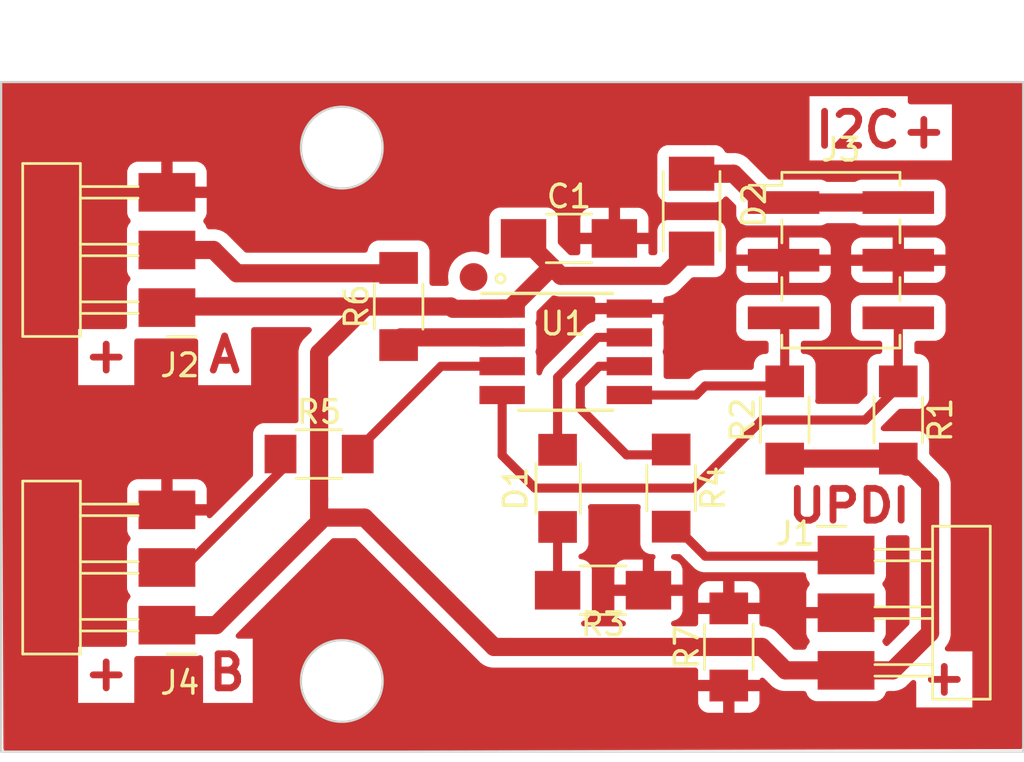
<source format=kicad_pcb>
(kicad_pcb (version 20240108) (generator "pcbnew") (generator_version "8.0")
  (layers (0 "F.Cu" signal) (31 "B.Cu" signal) (34 "B.Paste" user) (35 "F.Paste" user) (36 "B.SilkS" user "B.Silkscreen") (37 "F.SilkS" user "F.Silkscreen") (38 "B.Mask" user) (39 "F.Mask" user) (44 "Edge.Cuts" user))
  (net 0 "")
  (net 1 "GND")
  (net 2 "+5V")
  (net 3 "Net-(D1-K)")
  (net 4 "LED1")
  (net 5 "UPDI")
  (net 6 "SDA")
  (net 7 "SCL")
  (net 8 "PIN2")
  (net 9 "PIN1")
  (net 10 "IN5V")
  (footprint "fab:C_1206" (layer "F.Cu") (at 153 89)
    (property "Reference" "C1" (at 0 -1.85 0) (layer "F.SilkS"))
    (property "Value" "1uF cap")
    (fp_line (start -1 -1.07) (end 1 -1.07) (stroke (width 0.12)) (layer "F.SilkS"))
    (fp_line (start 1 1.07) (end -1 1.07) (stroke (width 0.12)) (layer "F.SilkS"))
    (pad "1" smd rect (at -2 0) (size 2 1.7) (layers "F.Cu" "F.Paste" "F.Mask") (net 2 "+5V"))
    (pad "2" smd rect (at 2 0) (size 2 1.7) (layers "F.Cu" "F.Paste" "F.Mask") (net 1 "GND"))
  )
  (footprint "Fab:R_1206" (layer "F.Cu") (at 160.0375 107 90)
    (property "Reference" "R7" (at 0 -1.85 90) (layer "F.SilkS"))
    (property "Value" "0 Ohm")
    (fp_line (start -1 -1.07) (end 1 -1.07) (stroke (width 0.12)) (layer "F.SilkS"))
    (fp_line (start 1 1.07) (end -1 1.07) (stroke (width 0.12)) (layer "F.SilkS"))
    (pad "1" smd rect (at -1.7 0 90) (size 1.4 1.7) (layers "F.Cu" "F.Paste" "F.Mask") (net 1 "GND"))
    (pad "2" smd rect (at 1.7 0 90) (size 1.4 1.7) (layers "F.Cu" "F.Paste" "F.Mask") (net 1 "GND"))
  )
  (footprint "Fab:SOD-123T" (layer "F.Cu") (at 158.4 87.8 90)
    (property "Reference" "D2" (at 0.25 2.75 -90) (layer "F.SilkS"))
    (property "Value" "Diode_Schottky_SOD123")
    (fp_line (start -1.75 -1.25) (end 1.75 -1.25) (stroke (width 0.12)) (layer "F.SilkS"))
    (fp_line (start -1.75 1.25) (end 1.75 1.25) (stroke (width 0.12)) (layer "F.SilkS"))
    (pad "1" smd rect (at -1.65 0 90) (size 1.5 2) (layers "F.Cu" "F.Paste" "F.Mask") (net 2 "+5V"))
    (pad "2" smd rect (at 1.65 0 90) (size 1.5 2) (layers "F.Cu" "F.Paste" "F.Mask") (net 10 "IN5V"))
  )
  (footprint "Fab:R_1206" (layer "F.Cu") (at 157.5 100 -90)
    (property "Reference" "R4" (at 0 -1.85 -90) (layer "F.SilkS"))
    (property "Value" "0 Ohm")
    (fp_line (start 1 1.07) (end -1 1.07) (stroke (width 0.12)) (layer "F.SilkS"))
    (fp_line (start -1 -1.07) (end 1 -1.07) (stroke (width 0.12)) (layer "F.SilkS"))
    (pad "1" smd rect (at -1.7 0 270) (size 1.4 1.7) (layers "F.Cu" "F.Paste" "F.Mask") (net 5 "UPDI"))
    (pad "2" smd rect (at 1.7 0 270) (size 1.4 1.7) (layers "F.Cu" "F.Paste" "F.Mask") (net 5 "UPDI"))
  )
  (footprint "fab:R_1206" (layer "F.Cu") (at 154.5 104.5)
    (property "Reference" "R3" (at 0 1.5 0) (layer "F.SilkS"))
    (property "Value" "499 Ohms")
    (fp_line (start -1 -1.07) (end 1 -1.07) (stroke (width 0.12)) (layer "F.SilkS"))
    (fp_line (start 1 1.07) (end -1 1.07) (stroke (width 0.12)) (layer "F.SilkS"))
    (pad "1" smd rect (at -2 0) (size 2 1.7) (layers "F.Cu" "F.Paste" "F.Mask") (net 3 "Net-(D1-K)"))
    (pad "2" smd rect (at 2 0) (size 2 1.7) (layers "F.Cu" "F.Paste" "F.Mask") (net 1 "GND"))
  )
  (footprint "Fab:R_1206" (layer "F.Cu") (at 142 98.5)
    (property "Reference" "R5" (at 0 -1.85 0) (layer "F.SilkS"))
    (property "Value" "150 Ohm")
    (fp_line (start -1 -1.07) (end 1 -1.07) (stroke (width 0.12)) (layer "F.SilkS"))
    (fp_line (start 1 1.07) (end -1 1.07) (stroke (width 0.12)) (layer "F.SilkS"))
    (pad "1" smd rect (at -1.7 0) (size 1.4 1.7) (layers "F.Cu" "F.Paste" "F.Mask") (net 8 "PIN2"))
    (pad "2" smd rect (at 1.7 0) (size 1.4 1.7) (layers "F.Cu" "F.Paste" "F.Mask") (net 8 "PIN2"))
  )
  (footprint "Fab:R_1206" (layer "F.Cu") (at 167.5 97 -90)
    (property "Reference" "R1" (at 0 -1.85 -90) (layer "F.SilkS"))
    (property "Value" "4.99kOhm")
    (fp_line (start 1 1.07) (end -1 1.07) (stroke (width 0.12)) (layer "F.SilkS"))
    (fp_line (start -1 -1.07) (end 1 -1.07) (stroke (width 0.12)) (layer "F.SilkS"))
    (pad "1" smd rect (at -1.7 0 270) (size 1.4 1.7) (layers "F.Cu" "F.Paste" "F.Mask") (net 6 "SDA"))
    (pad "2" smd rect (at 1.7 0 270) (size 1.4 1.7) (layers "F.Cu" "F.Paste" "F.Mask") (net 2 "+5V"))
  )
  (footprint "Fab:PinHeader_1x03_P2.54mm_Horizontal_SMD" (layer "F.Cu") (at 135.3 92.05 180)
    (property "Reference" "J2" (at -1.524 -2.54 180) (layer "F.SilkS") (effects (justify right)))
    (property "Value" "LED_PIN1")
    (fp_line (start 6.35 6.35) (end 3.81 6.35) (stroke (width 0.12)) (layer "F.SilkS"))
    (fp_line (start 6.35 -1.27) (end 6.35 6.35) (stroke (width 0.12)) (layer "F.SilkS"))
    (fp_line (start 3.81 6.35) (end 3.81 -1.27) (stroke (width 0.12)) (layer "F.SilkS"))
    (fp_line (start 3.81 5.334) (end 1.27 5.334) (stroke (width 0.12)) (layer "F.SilkS"))
    (fp_line (start 3.81 4.826) (end 1.27 4.826) (stroke (width 0.12)) (layer "F.SilkS"))
    (fp_line (start 3.81 2.794) (end 1.27 2.794) (stroke (width 0.12)) (layer "F.SilkS"))
    (fp_line (start 3.81 2.286) (end 1.27 2.286) (stroke (width 0.12)) (layer "F.SilkS"))
    (fp_line (start 3.81 0.254) (end 1.27 0.254) (stroke (width 0.12)) (layer "F.SilkS"))
    (fp_line (start 3.81 -0.254) (end 1.27 -0.254) (stroke (width 0.12)) (layer "F.SilkS"))
    (fp_line (start 3.81 -1.27) (end 6.35 -1.27) (stroke (width 0.12)) (layer "F.SilkS"))
    (fp_line (start -1.27 -1.27) (end 0 -1.27) (stroke (width 0.12)) (layer "F.SilkS"))
    (pad "1" smd rect (at 0 0 180) (size 2.5 1.7) (layers "F.Cu" "F.Paste" "F.Mask") (net 2 "+5V"))
    (pad "2" smd rect (at 0 2.54 180) (size 2.5 1.7) (layers "F.Cu" "F.Paste" "F.Mask") (net 9 "PIN1"))
    (pad "3" smd rect (at 0 5.08 180) (size 2.5 1.7) (layers "F.Cu" "F.Paste" "F.Mask") (net 1 "GND"))
  )
  (footprint "fab:SOIC-8_3.9x4.9mm_P1.27mm" (layer "F.Cu") (at 152.8595 93.9965)
    (property "Reference" "U1" (at -0.1095 -1.2465 0) (layer "F.SilkS"))
    (property "Value" "Microcontroller_ATtiny412_SSFR")
    (fp_line (start -3.69 -2.575) (end 2.075 -2.575) (stroke (width 0.15)) (layer "F.SilkS"))
    (fp_line (start -2.075 2.575) (end 2.075 2.575) (stroke (width 0.15)) (layer "F.SilkS"))
    (fp_circle (center -2.87 -3.23) (end -2.67 -3.23) (stroke (width 0.12)) (fill none) (layer "F.SilkS"))
    (pad "1" smd rect (at -2.8 -1.905) (size 2 0.8) (layers "F.Cu" "F.Paste" "F.Mask") (net 2 "+5V"))
    (pad "2" smd rect (at -2.8 -0.635) (size 2 0.8) (layers "F.Cu" "F.Paste" "F.Mask") (net 9 "PIN1"))
    (pad "3" smd rect (at -2.8 0.635) (size 2 0.8) (layers "F.Cu" "F.Paste" "F.Mask") (net 8 "PIN2"))
    (pad "4" smd rect (at -2.8 1.905) (size 2 0.8) (layers "F.Cu" "F.Paste" "F.Mask") (net 6 "SDA"))
    (pad "5" smd rect (at 2.8 1.905) (size 2 0.8) (layers "F.Cu" "F.Paste" "F.Mask") (net 7 "SCL"))
    (pad "6" smd rect (at 2.8 0.635) (size 2 0.8) (layers "F.Cu" "F.Paste" "F.Mask") (net 5 "UPDI"))
    (pad "7" smd rect (at 2.8 -0.635) (size 2 0.8) (layers "F.Cu" "F.Paste" "F.Mask") (net 4 "LED1"))
    (pad "8" smd rect (at 2.8 -1.905) (size 2 0.8) (layers "F.Cu" "F.Paste" "F.Mask") (net 1 "GND"))
  )
  (footprint "Fab:LED_1206" (layer "F.Cu") (at 152.5 100.0125 90)
    (property "Reference" "D1" (at 0 -1.85 90) (layer "F.SilkS"))
    (property "Value" "LED")
    (fp_line (start -1.1 -0.95) (end 1.1 -0.95) (stroke (width 0.12)) (layer "F.SilkS"))
    (fp_line (start -1.1 1) (end 1.1 1) (stroke (width 0.12)) (layer "F.SilkS"))
    (pad "1" smd rect (at -1.7 0 90) (size 1.4 1.7) (layers "F.Cu" "F.Paste" "F.Mask") (net 3 "Net-(D1-K)"))
    (pad "2" smd rect (at 1.7 0 90) (size 1.4 1.7) (layers "F.Cu" "F.Paste" "F.Mask") (net 4 "LED1"))
  )
  (footprint "Fab:PinHeader_1x03_P2.54mm_Horizontal_SMD" (layer "F.Cu") (at 135.3 106.04 180)
    (property "Reference" "J4" (at -1.524 -2.54 180) (layer "F.SilkS") (effects (justify right)))
    (property "Value" "LED_PIN1")
    (fp_line (start 6.35 6.35) (end 3.81 6.35) (stroke (width 0.12)) (layer "F.SilkS"))
    (fp_line (start 6.35 -1.27) (end 6.35 6.35) (stroke (width 0.12)) (layer "F.SilkS"))
    (fp_line (start 3.81 6.35) (end 3.81 -1.27) (stroke (width 0.12)) (layer "F.SilkS"))
    (fp_line (start 3.81 5.334) (end 1.27 5.334) (stroke (width 0.12)) (layer "F.SilkS"))
    (fp_line (start 3.81 4.826) (end 1.27 4.826) (stroke (width 0.12)) (layer "F.SilkS"))
    (fp_line (start 3.81 2.794) (end 1.27 2.794) (stroke (width 0.12)) (layer "F.SilkS"))
    (fp_line (start 3.81 2.286) (end 1.27 2.286) (stroke (width 0.12)) (layer "F.SilkS"))
    (fp_line (start 3.81 0.254) (end 1.27 0.254) (stroke (width 0.12)) (layer "F.SilkS"))
    (fp_line (start 3.81 -0.254) (end 1.27 -0.254) (stroke (width 0.12)) (layer "F.SilkS"))
    (fp_line (start 3.81 -1.27) (end 6.35 -1.27) (stroke (width 0.12)) (layer "F.SilkS"))
    (fp_line (start -1.27 -1.27) (end 0 -1.27) (stroke (width 0.12)) (layer "F.SilkS"))
    (pad "1" smd rect (at 0 0 180) (size 2.5 1.7) (layers "F.Cu" "F.Paste" "F.Mask") (net 2 "+5V"))
    (pad "2" smd rect (at 0 2.54 180) (size 2.5 1.7) (layers "F.Cu" "F.Paste" "F.Mask") (net 8 "PIN2"))
    (pad "3" smd rect (at 0 5.08 180) (size 2.5 1.7) (layers "F.Cu" "F.Paste" "F.Mask") (net 1 "GND"))
  )
  (footprint "Fab:R_1206" (layer "F.Cu") (at 145.5 92 90)
    (property "Reference" "R6" (at 0 -1.85 90) (layer "F.SilkS"))
    (property "Value" "150 Ohm")
    (fp_line (start -1 -1.07) (end 1 -1.07) (stroke (width 0.12)) (layer "F.SilkS"))
    (fp_line (start 1 1.07) (end -1 1.07) (stroke (width 0.12)) (layer "F.SilkS"))
    (pad "1" smd rect (at -1.7 0 90) (size 1.4 1.7) (layers "F.Cu" "F.Paste" "F.Mask") (net 9 "PIN1"))
    (pad "2" smd rect (at 1.7 0 90) (size 1.4 1.7) (layers "F.Cu" "F.Paste" "F.Mask") (net 9 "PIN1"))
  )
  (footprint "Fab:R_1206" (layer "F.Cu") (at 162.5 97 90)
    (property "Reference" "R2" (at 0 -1.85 90) (layer "F.SilkS"))
    (property "Value" "4.99kOhm")
    (fp_line (start -1 -1.07) (end 1 -1.07) (stroke (width 0.12)) (layer "F.SilkS"))
    (fp_line (start 1 1.07) (end -1 1.07) (stroke (width 0.12)) (layer "F.SilkS"))
    (pad "1" smd rect (at -1.7 0 90) (size 1.4 1.7) (layers "F.Cu" "F.Paste" "F.Mask") (net 2 "+5V"))
    (pad "2" smd rect (at 1.7 0 90) (size 1.4 1.7) (layers "F.Cu" "F.Paste" "F.Mask") (net 7 "SCL"))
  )
  (footprint "Fab:PinHeader_2x03_P2.54mm_Vertical_SMD" (layer "F.Cu") (at 164.975 89.96)
    (property "Reference" "J3" (at 0 -4.87 0) (layer "F.SilkS"))
    (property "Value" "I2C")
    (fp_line (start -4.04 -3.3) (end -2.6 -3.3) (stroke (width 0.12)) (layer "F.SilkS"))
    (fp_line (start -2.6 -3.87) (end -2.6 -3.3) (stroke (width 0.12)) (layer "F.SilkS"))
    (fp_line (start -2.6 -3.87) (end 2.6 -3.87) (stroke (width 0.12)) (layer "F.SilkS"))
    (fp_line (start -2.6 -1.78) (end -2.6 -0.76) (stroke (width 0.12)) (layer "F.SilkS"))
    (fp_line (start -2.6 0.76) (end -2.6 1.78) (stroke (width 0.12)) (layer "F.SilkS"))
    (fp_line (start -2.6 3.3) (end -2.6 3.87) (stroke (width 0.12)) (layer "F.SilkS"))
    (fp_line (start -2.6 3.87) (end 2.6 3.87) (stroke (width 0.12)) (layer "F.SilkS"))
    (fp_line (start 2.6 -3.87) (end 2.6 -3.3) (stroke (width 0.12)) (layer "F.SilkS"))
    (fp_line (start 2.6 -1.78) (end 2.6 -0.76) (stroke (width 0.12)) (layer "F.SilkS"))
    (fp_line (start 2.6 0.76) (end 2.6 1.78) (stroke (width 0.12)) (layer "F.SilkS"))
    (fp_line (start 2.6 3.3) (end 2.6 3.87) (stroke (width 0.12)) (layer "F.SilkS"))
    (pad "1" smd rect (at -2.525 -2.54) (size 3.15 1) (layers "F.Cu" "F.Paste" "F.Mask") (net 10 "IN5V"))
    (pad "2" smd rect (at 2.525 -2.54) (size 3.15 1) (layers "F.Cu" "F.Paste" "F.Mask") (net 10 "IN5V"))
    (pad "3" smd rect (at -2.525 0) (size 3.15 1) (layers "F.Cu" "F.Paste" "F.Mask") (net 1 "GND"))
    (pad "4" smd rect (at 2.525 0) (size 3.15 1) (layers "F.Cu" "F.Paste" "F.Mask") (net 1 "GND"))
    (pad "5" smd rect (at -2.525 2.54) (size 3.15 1) (layers "F.Cu" "F.Paste" "F.Mask") (net 7 "SCL"))
    (pad "6" smd rect (at 2.525 2.54) (size 3.15 1) (layers "F.Cu" "F.Paste" "F.Mask") (net 6 "SDA"))
  )
  (footprint "Fab:PinHeader_1x03_P2.54mm_Horizontal_SMD" (layer "F.Cu") (at 165.2 102.95)
    (property "Reference" "J1" (at -3.2 -0.95 180) (layer "F.SilkS") (effects (justify left)))
    (property "Value" "UPDI")
    (fp_line (start -1.27 -1.27) (end 0 -1.27) (stroke (width 0.12)) (layer "F.SilkS"))
    (fp_line (start 3.81 -1.27) (end 6.35 -1.27) (stroke (width 0.12)) (layer "F.SilkS"))
    (fp_line (start 3.81 -0.254) (end 1.27 -0.254) (stroke (width 0.12)) (layer "F.SilkS"))
    (fp_line (start 3.81 0.254) (end 1.27 0.254) (stroke (width 0.12)) (layer "F.SilkS"))
    (fp_line (start 3.81 2.286) (end 1.27 2.286) (stroke (width 0.12)) (layer "F.SilkS"))
    (fp_line (start 3.81 2.794) (end 1.27 2.794) (stroke (width 0.12)) (layer "F.SilkS"))
    (fp_line (start 3.81 4.826) (end 1.27 4.826) (stroke (width 0.12)) (layer "F.SilkS"))
    (fp_line (start 3.81 5.334) (end 1.27 5.334) (stroke (width 0.12)) (layer "F.SilkS"))
    (fp_line (start 3.81 6.35) (end 3.81 -1.27) (stroke (width 0.12)) (layer "F.SilkS"))
    (fp_line (start 6.35 -1.27) (end 6.35 6.35) (stroke (width 0.12)) (layer "F.SilkS"))
    (fp_line (start 6.35 6.35) (end 3.81 6.35) (stroke (width 0.12)) (layer "F.SilkS"))
    (pad "1" smd rect (at 0 0) (size 2.5 1.7) (layers "F.Cu" "F.Paste" "F.Mask") (net 5 "UPDI"))
    (pad "2" smd rect (at 0 2.54) (size 2.5 1.7) (layers "F.Cu" "F.Paste" "F.Mask") (net 1 "GND"))
    (pad "3" smd rect (at 0 5.08) (size 2.5 1.7) (layers "F.Cu" "F.Paste" "F.Mask") (net 2 "+5V"))
  )
  (gr_circle (center 148.8 90.7) (end 149.3 90.6) (stroke (width 0.2)) (fill solid) (layer "F.Cu") (net 2))
  (gr_circle (center 143 108.498811) (end 144.8 108.498811) (stroke (width 0.1)) (fill none) (layer "Edge.Cuts"))
  (gr_rect (start 128 82.1105) (end 173 111.6105) (stroke (width 0.1)) (fill none) (layer "Edge.Cuts"))
  (gr_circle (center 143 85) (end 144.8 85) (stroke (width 0.1)) (fill none) (layer "Edge.Cuts"))
  (gr_text "A" (at 137 95 0) (layer "F.Cu") (effects (font (size 1.5 1.5) (thickness 0.3) (bold yes)) (justify left bottom)))
  (gr_text "+" (at 168.4 109.2 0) (layer "F.Cu") (effects (font (size 1.5 1.5) (thickness 0.3) (bold yes)) (justify left bottom)))
  (gr_text "+" (at 131.5 109 0) (layer "F.Cu") (effects (font (size 1.5 1.5) (thickness 0.3) (bold yes)) (justify left bottom)))
  (gr_text "UPDI" (at 162.5 101.6 0) (layer "F.Cu") (effects (font (size 1.4 1.5) (thickness 0.3) (bold yes)) (justify left bottom)))
  (gr_text "+" (at 131.5 95 0) (layer "F.Cu") (effects (font (size 1.5 1.5) (thickness 0.3) (bold yes)) (justify left bottom)))
  (gr_text "B" (at 137 109 0) (layer "F.Cu") (effects (font (size 1.5 1.5) (thickness 0.3) (bold yes)) (justify left bottom)))
  (gr_text "I2C" (at 163.7 85.1 0) (layer "F.Cu") (effects (font (size 1.5 1.5) (thickness 0.3) (bold yes)) (justify left bottom)))
  (gr_text "+" (at 167.5 85.1 0) (layer "F.Cu") (effects (font (size 1.5 1.5) (thickness 0.3) (bold yes)) (justify left bottom)))
  (segment (start 165.19 105.5) (end 165.2 105.49) (width 0.8) (layer "F.Cu") (net 1))
  (segment (start 151 89) (end 152.25 90.25) (width 0.8) (layer "F.Cu") (net 2))
  (segment (start 152.25 90.25) (end 152.65 90.65) (width 0.8) (layer "F.Cu") (net 2))
  (segment (start 162.53 108.03) (end 165.2 108.03) (width 0.8) (layer "F.Cu") (net 2))
  (segment (start 147.8 92) (end 147.9 92.1) (width 0.8) (layer "F.Cu") (net 2))
  (segment (start 135.3 106.04) (end 137.46 106.04) (width 0.8) (layer "F.Cu") (net 2))
  (segment (start 135.3 92.05) (end 135.35 92) (width 0.8) (layer "F.Cu") (net 2))
  (segment (start 142 101.5) (end 142.2 101.3) (width 0.8) (layer "F.Cu") (net 2))
  (segment (start 167.25 108.03) (end 165.2 108.03) (width 0.8) (layer "F.Cu") (net 2))
  (segment (start 168.112311 99.055995) (end 168.9 99.843684) (width 0.8) (layer "F.Cu") (net 2))
  (segment (start 147.9 92.1) (end 150.051 92.1) (width 0.8) (layer "F.Cu") (net 2))
  (segment (start 150.051 92.1) (end 150.0595 92.0915) (width 0.8) (layer "F.Cu") (net 2))
  (segment (start 149.7 107) (end 161.5 107) (width 0.8) (layer "F.Cu") (net 2))
  (segment (start 142 101.5) (end 142 100.5) (width 0.8) (layer "F.Cu") (net 2))
  (segment (start 162.5 98.7) (end 167.5 98.7) (width 0.8) (layer "F.Cu") (net 2))
  (segment (start 137.46 106.04) (end 142 101.5) (width 0.8) (layer "F.Cu") (net 2))
  (segment (start 157.2 90.65) (end 158.4 89.45) (width 0.8) (layer "F.Cu") (net 2))
  (segment (start 167.855995 99.055995) (end 168.112311 99.055995) (width 0.8) (layer "F.Cu") (net 2))
  (segment (start 135.35 92) (end 147.8 92) (width 0.8) (layer "F.Cu") (net 2))
  (segment (start 144 101.3) (end 149.7 107) (width 0.8) (layer "F.Cu") (net 2))
  (segment (start 150.4085 92.0915) (end 152.25 90.25) (width 0.8) (layer "F.Cu") (net 2))
  (segment (start 168.9 106.38) (end 167.25 108.03) (width 0.8) (layer "F.Cu") (net 2))
  (segment (start 152.65 90.65) (end 157.2 90.65) (width 0.8) (layer "F.Cu") (net 2))
  (segment (start 161.5 107) (end 162.53 108.03) (width 0.8) (layer "F.Cu") (net 2))
  (segment (start 142.2 101.3) (end 144 101.3) (width 0.8) (layer "F.Cu") (net 2))
  (segment (start 142 94.05) (end 144 92.05) (width 0.8) (layer "F.Cu") (net 2))
  (segment (start 150.0595 92.0915) (end 150.4085 92.0915) (width 0.8) (layer "F.Cu") (net 2))
  (segment (start 168.9 99.843684) (end 168.9 106.38) (width 0.8) (layer "F.Cu") (net 2))
  (segment (start 142 100.5) (end 142 94.05) (width 0.8) (layer "F.Cu") (net 2))
  (segment (start 152.5 101.5) (end 152.5 104.5) (width 0.4) (layer "F.Cu") (net 3))
  (segment (start 152.5 95.121) (end 154.2595 93.3615) (width 0.4) (layer "F.Cu") (net 4))
  (segment (start 152.5 98.525) (end 152.5 95.121) (width 0.4) (layer "F.Cu") (net 4))
  (segment (start 154.2595 93.3615) (end 155.6595 93.3615) (width 0.4) (layer "F.Cu") (net 4))
  (segment (start 155.5375 98.5375) (end 153.5 96.5) (width 0.4) (layer "F.Cu") (net 5))
  (segment (start 157.5 98.5375) (end 155.5375 98.5375) (width 0.4) (layer "F.Cu") (net 5))
  (segment (start 153.5 96.5) (end 153.5 95.461) (width 0.4) (layer "F.Cu") (net 5))
  (segment (start 159 103) (end 165.15 103) (width 0.4) (layer "F.Cu") (net 5))
  (segment (start 154.3295 94.6315) (end 155.6595 94.6315) (width 0.4) (layer "F.Cu") (net 5))
  (segment (start 157.5 101.5) (end 159 103) (width 0.4) (layer "F.Cu") (net 5))
  (segment (start 157.5 101.4625) (end 157.5 101.5) (width 0.4) (layer "F.Cu") (net 5))
  (segment (start 153.5 95.461) (end 154.3295 94.6315) (width 0.4) (layer "F.Cu") (net 5))
  (segment (start 165.15 103) (end 165.2 102.95) (width 0.4) (layer "F.Cu") (net 5))
  (segment (start 161.5 97) (end 166.0375 97) (width 0.4) (layer "F.Cu") (net 6))
  (segment (start 167.5 92.5) (end 167.5 95.5375) (width 0.4) (layer "F.Cu") (net 6))
  (segment (start 158.5 100) (end 161.5 97) (width 0.4) (layer "F.Cu") (net 6))
  (segment (start 151.5 100) (end 158.5 100) (width 0.4) (layer "F.Cu") (net 6))
  (segment (start 150.0595 98.5595) (end 151.5 100) (width 0.4) (layer "F.Cu") (net 6))
  (segment (start 166.0375 97) (end 167.5 95.5375) (width 0.4) (layer "F.Cu") (net 6))
  (segment (start 150.0595 95.9015) (end 150.0595 98.5595) (width 0.4) (layer "F.Cu") (net 6))
  (segment (start 159 95.5) (end 162.3 95.5) (width 0.4) (layer "F.Cu") (net 7))
  (segment (start 158.5985 95.9015) (end 159 95.5) (width 0.4) (layer "F.Cu") (net 7))
  (segment (start 155.6595 95.9015) (end 158.5985 95.9015) (width 0.4) (layer "F.Cu") (net 7))
  (segment (start 162.3 95.5) (end 162.5 95.3) (width 0.4) (layer "F.Cu") (net 7))
  (segment (start 162.5 92.55) (end 162.45 92.5) (width 0.4) (layer "F.Cu") (net 7))
  (segment (start 162.5 95.3) (end 162.5 92.55) (width 0.4) (layer "F.Cu") (net 7))
  (segment (start 140.5375 99.0225) (end 140.5375 98.5) (width 0.4) (layer "F.Cu") (net 8))
  (segment (start 135.3 103.5) (end 136.06 103.5) (width 0.4) (layer "F.Cu") (net 8))
  (segment (start 143.4625 98.5) (end 143.5 98.5) (width 0.4) (layer "F.Cu") (net 8))
  (segment (start 143.5 98.5) (end 147.3685 94.6315) (width 0.4) (layer "F.Cu") (net 8))
  (segment (start 147.3685 94.6315) (end 150.0595 94.6315) (width 0.4) (layer "F.Cu") (net 8))
  (segment (start 136.06 103.5) (end 140.5375 99.0225) (width 0.4) (layer "F.Cu") (net 8))
  (segment (start 137.35 89.51) (end 138.3775 90.5375) (width 0.8) (layer "F.Cu") (net 9))
  (segment (start 135.3 89.51) (end 137.35 89.51) (width 0.8) (layer "F.Cu") (net 9))
  (segment (start 138.3775 90.5375) (end 145.5 90.5375) (width 0.8) (layer "F.Cu") (net 9))
  (segment (start 145.5 93.4625) (end 145.601 93.3615) (width 0.8) (layer "F.Cu") (net 9))
  (segment (start 145.601 93.3615) (end 150.0595 93.3615) (width 0.8) (layer "F.Cu") (net 9))
  (segment (start 160.25 86.15) (end 161.52 87.42) (width 0.8) (layer "F.Cu") (net 10))
  (segment (start 161.52 87.42) (end 167.5 87.42) (width 0.8) (layer "F.Cu") (net 10))
  (segment (start 158.4 86.15) (end 160.25 86.15) (width 0.8) (layer "F.Cu") (net 10))
  (zone (net 1) (net_name "GND") (layer "F.Cu") (connect_pads (clearance 0.508)) (min_thickness 0.25) (fill yes (thermal_gap 0.5) (thermal_bridge_width 0.5))
    (polygon (pts (xy 128 82.1) (xy 173 82.1) (xy 173 111.5) (xy 128.1 111.6)))
  )
)
</source>
